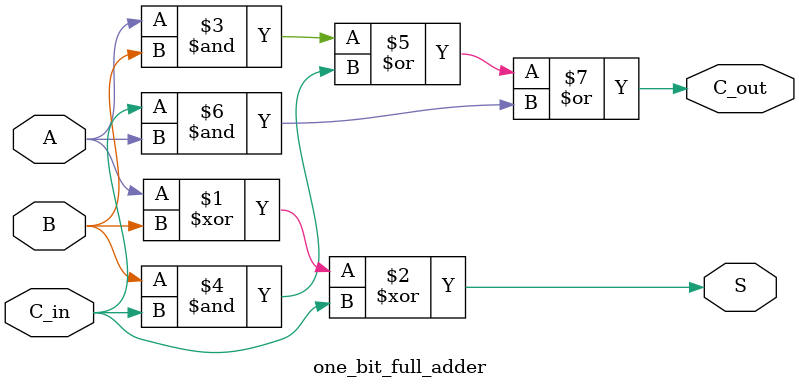
<source format=v>
module one_bit_full_adder(C_out,S,A,B,C_in);

    input A,B,C_in;
    output C_out,S;

    assign S=(A^B)^C_in;
    assign C_out=(A&B)|(B&C_in)|(C_in&A);

endmodule
</source>
